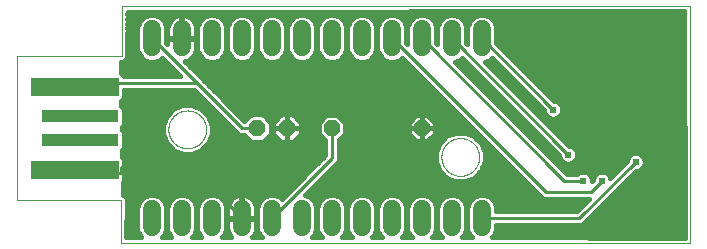
<source format=gbl>
G75*
%MOIN*%
%OFA0B0*%
%FSLAX25Y25*%
%IPPOS*%
%LPD*%
%AMOC8*
5,1,8,0,0,1.08239X$1,22.5*
%
%ADD10C,0.00000*%
%ADD11C,0.06000*%
%ADD12R,0.29528X0.05906*%
%ADD13R,0.25591X0.03937*%
%ADD14OC8,0.05600*%
%ADD15OC8,0.05200*%
%ADD16C,0.01000*%
%ADD17C,0.02400*%
%ADD18C,0.01600*%
D10*
X0035742Y0004543D02*
X0225421Y0004380D01*
X0225257Y0083418D01*
X0036116Y0083287D01*
X0035913Y0066626D01*
X0001142Y0066829D01*
X0001000Y0018636D01*
X0035777Y0018636D01*
X0035742Y0004543D01*
X0142509Y0033078D02*
X0142511Y0033236D01*
X0142517Y0033394D01*
X0142527Y0033552D01*
X0142541Y0033710D01*
X0142559Y0033867D01*
X0142580Y0034024D01*
X0142606Y0034180D01*
X0142636Y0034336D01*
X0142669Y0034491D01*
X0142707Y0034644D01*
X0142748Y0034797D01*
X0142793Y0034949D01*
X0142842Y0035100D01*
X0142895Y0035249D01*
X0142951Y0035397D01*
X0143011Y0035543D01*
X0143075Y0035688D01*
X0143143Y0035831D01*
X0143214Y0035973D01*
X0143288Y0036113D01*
X0143366Y0036250D01*
X0143448Y0036386D01*
X0143532Y0036520D01*
X0143621Y0036651D01*
X0143712Y0036780D01*
X0143807Y0036907D01*
X0143904Y0037032D01*
X0144005Y0037154D01*
X0144109Y0037273D01*
X0144216Y0037390D01*
X0144326Y0037504D01*
X0144439Y0037615D01*
X0144554Y0037724D01*
X0144672Y0037829D01*
X0144793Y0037931D01*
X0144916Y0038031D01*
X0145042Y0038127D01*
X0145170Y0038220D01*
X0145300Y0038310D01*
X0145433Y0038396D01*
X0145568Y0038480D01*
X0145704Y0038559D01*
X0145843Y0038636D01*
X0145984Y0038708D01*
X0146126Y0038778D01*
X0146270Y0038843D01*
X0146416Y0038905D01*
X0146563Y0038963D01*
X0146712Y0039018D01*
X0146862Y0039069D01*
X0147013Y0039116D01*
X0147165Y0039159D01*
X0147318Y0039198D01*
X0147473Y0039234D01*
X0147628Y0039265D01*
X0147784Y0039293D01*
X0147940Y0039317D01*
X0148097Y0039337D01*
X0148255Y0039353D01*
X0148412Y0039365D01*
X0148571Y0039373D01*
X0148729Y0039377D01*
X0148887Y0039377D01*
X0149045Y0039373D01*
X0149204Y0039365D01*
X0149361Y0039353D01*
X0149519Y0039337D01*
X0149676Y0039317D01*
X0149832Y0039293D01*
X0149988Y0039265D01*
X0150143Y0039234D01*
X0150298Y0039198D01*
X0150451Y0039159D01*
X0150603Y0039116D01*
X0150754Y0039069D01*
X0150904Y0039018D01*
X0151053Y0038963D01*
X0151200Y0038905D01*
X0151346Y0038843D01*
X0151490Y0038778D01*
X0151632Y0038708D01*
X0151773Y0038636D01*
X0151912Y0038559D01*
X0152048Y0038480D01*
X0152183Y0038396D01*
X0152316Y0038310D01*
X0152446Y0038220D01*
X0152574Y0038127D01*
X0152700Y0038031D01*
X0152823Y0037931D01*
X0152944Y0037829D01*
X0153062Y0037724D01*
X0153177Y0037615D01*
X0153290Y0037504D01*
X0153400Y0037390D01*
X0153507Y0037273D01*
X0153611Y0037154D01*
X0153712Y0037032D01*
X0153809Y0036907D01*
X0153904Y0036780D01*
X0153995Y0036651D01*
X0154084Y0036520D01*
X0154168Y0036386D01*
X0154250Y0036250D01*
X0154328Y0036113D01*
X0154402Y0035973D01*
X0154473Y0035831D01*
X0154541Y0035688D01*
X0154605Y0035543D01*
X0154665Y0035397D01*
X0154721Y0035249D01*
X0154774Y0035100D01*
X0154823Y0034949D01*
X0154868Y0034797D01*
X0154909Y0034644D01*
X0154947Y0034491D01*
X0154980Y0034336D01*
X0155010Y0034180D01*
X0155036Y0034024D01*
X0155057Y0033867D01*
X0155075Y0033710D01*
X0155089Y0033552D01*
X0155099Y0033394D01*
X0155105Y0033236D01*
X0155107Y0033078D01*
X0155105Y0032920D01*
X0155099Y0032762D01*
X0155089Y0032604D01*
X0155075Y0032446D01*
X0155057Y0032289D01*
X0155036Y0032132D01*
X0155010Y0031976D01*
X0154980Y0031820D01*
X0154947Y0031665D01*
X0154909Y0031512D01*
X0154868Y0031359D01*
X0154823Y0031207D01*
X0154774Y0031056D01*
X0154721Y0030907D01*
X0154665Y0030759D01*
X0154605Y0030613D01*
X0154541Y0030468D01*
X0154473Y0030325D01*
X0154402Y0030183D01*
X0154328Y0030043D01*
X0154250Y0029906D01*
X0154168Y0029770D01*
X0154084Y0029636D01*
X0153995Y0029505D01*
X0153904Y0029376D01*
X0153809Y0029249D01*
X0153712Y0029124D01*
X0153611Y0029002D01*
X0153507Y0028883D01*
X0153400Y0028766D01*
X0153290Y0028652D01*
X0153177Y0028541D01*
X0153062Y0028432D01*
X0152944Y0028327D01*
X0152823Y0028225D01*
X0152700Y0028125D01*
X0152574Y0028029D01*
X0152446Y0027936D01*
X0152316Y0027846D01*
X0152183Y0027760D01*
X0152048Y0027676D01*
X0151912Y0027597D01*
X0151773Y0027520D01*
X0151632Y0027448D01*
X0151490Y0027378D01*
X0151346Y0027313D01*
X0151200Y0027251D01*
X0151053Y0027193D01*
X0150904Y0027138D01*
X0150754Y0027087D01*
X0150603Y0027040D01*
X0150451Y0026997D01*
X0150298Y0026958D01*
X0150143Y0026922D01*
X0149988Y0026891D01*
X0149832Y0026863D01*
X0149676Y0026839D01*
X0149519Y0026819D01*
X0149361Y0026803D01*
X0149204Y0026791D01*
X0149045Y0026783D01*
X0148887Y0026779D01*
X0148729Y0026779D01*
X0148571Y0026783D01*
X0148412Y0026791D01*
X0148255Y0026803D01*
X0148097Y0026819D01*
X0147940Y0026839D01*
X0147784Y0026863D01*
X0147628Y0026891D01*
X0147473Y0026922D01*
X0147318Y0026958D01*
X0147165Y0026997D01*
X0147013Y0027040D01*
X0146862Y0027087D01*
X0146712Y0027138D01*
X0146563Y0027193D01*
X0146416Y0027251D01*
X0146270Y0027313D01*
X0146126Y0027378D01*
X0145984Y0027448D01*
X0145843Y0027520D01*
X0145704Y0027597D01*
X0145568Y0027676D01*
X0145433Y0027760D01*
X0145300Y0027846D01*
X0145170Y0027936D01*
X0145042Y0028029D01*
X0144916Y0028125D01*
X0144793Y0028225D01*
X0144672Y0028327D01*
X0144554Y0028432D01*
X0144439Y0028541D01*
X0144326Y0028652D01*
X0144216Y0028766D01*
X0144109Y0028883D01*
X0144005Y0029002D01*
X0143904Y0029124D01*
X0143807Y0029249D01*
X0143712Y0029376D01*
X0143621Y0029505D01*
X0143532Y0029636D01*
X0143448Y0029770D01*
X0143366Y0029906D01*
X0143288Y0030043D01*
X0143214Y0030183D01*
X0143143Y0030325D01*
X0143075Y0030468D01*
X0143011Y0030613D01*
X0142951Y0030759D01*
X0142895Y0030907D01*
X0142842Y0031056D01*
X0142793Y0031207D01*
X0142748Y0031359D01*
X0142707Y0031512D01*
X0142669Y0031665D01*
X0142636Y0031820D01*
X0142606Y0031976D01*
X0142580Y0032132D01*
X0142559Y0032289D01*
X0142541Y0032446D01*
X0142527Y0032604D01*
X0142517Y0032762D01*
X0142511Y0032920D01*
X0142509Y0033078D01*
X0051494Y0042278D02*
X0051496Y0042436D01*
X0051502Y0042594D01*
X0051512Y0042752D01*
X0051526Y0042910D01*
X0051544Y0043067D01*
X0051565Y0043224D01*
X0051591Y0043380D01*
X0051621Y0043536D01*
X0051654Y0043691D01*
X0051692Y0043844D01*
X0051733Y0043997D01*
X0051778Y0044149D01*
X0051827Y0044300D01*
X0051880Y0044449D01*
X0051936Y0044597D01*
X0051996Y0044743D01*
X0052060Y0044888D01*
X0052128Y0045031D01*
X0052199Y0045173D01*
X0052273Y0045313D01*
X0052351Y0045450D01*
X0052433Y0045586D01*
X0052517Y0045720D01*
X0052606Y0045851D01*
X0052697Y0045980D01*
X0052792Y0046107D01*
X0052889Y0046232D01*
X0052990Y0046354D01*
X0053094Y0046473D01*
X0053201Y0046590D01*
X0053311Y0046704D01*
X0053424Y0046815D01*
X0053539Y0046924D01*
X0053657Y0047029D01*
X0053778Y0047131D01*
X0053901Y0047231D01*
X0054027Y0047327D01*
X0054155Y0047420D01*
X0054285Y0047510D01*
X0054418Y0047596D01*
X0054553Y0047680D01*
X0054689Y0047759D01*
X0054828Y0047836D01*
X0054969Y0047908D01*
X0055111Y0047978D01*
X0055255Y0048043D01*
X0055401Y0048105D01*
X0055548Y0048163D01*
X0055697Y0048218D01*
X0055847Y0048269D01*
X0055998Y0048316D01*
X0056150Y0048359D01*
X0056303Y0048398D01*
X0056458Y0048434D01*
X0056613Y0048465D01*
X0056769Y0048493D01*
X0056925Y0048517D01*
X0057082Y0048537D01*
X0057240Y0048553D01*
X0057397Y0048565D01*
X0057556Y0048573D01*
X0057714Y0048577D01*
X0057872Y0048577D01*
X0058030Y0048573D01*
X0058189Y0048565D01*
X0058346Y0048553D01*
X0058504Y0048537D01*
X0058661Y0048517D01*
X0058817Y0048493D01*
X0058973Y0048465D01*
X0059128Y0048434D01*
X0059283Y0048398D01*
X0059436Y0048359D01*
X0059588Y0048316D01*
X0059739Y0048269D01*
X0059889Y0048218D01*
X0060038Y0048163D01*
X0060185Y0048105D01*
X0060331Y0048043D01*
X0060475Y0047978D01*
X0060617Y0047908D01*
X0060758Y0047836D01*
X0060897Y0047759D01*
X0061033Y0047680D01*
X0061168Y0047596D01*
X0061301Y0047510D01*
X0061431Y0047420D01*
X0061559Y0047327D01*
X0061685Y0047231D01*
X0061808Y0047131D01*
X0061929Y0047029D01*
X0062047Y0046924D01*
X0062162Y0046815D01*
X0062275Y0046704D01*
X0062385Y0046590D01*
X0062492Y0046473D01*
X0062596Y0046354D01*
X0062697Y0046232D01*
X0062794Y0046107D01*
X0062889Y0045980D01*
X0062980Y0045851D01*
X0063069Y0045720D01*
X0063153Y0045586D01*
X0063235Y0045450D01*
X0063313Y0045313D01*
X0063387Y0045173D01*
X0063458Y0045031D01*
X0063526Y0044888D01*
X0063590Y0044743D01*
X0063650Y0044597D01*
X0063706Y0044449D01*
X0063759Y0044300D01*
X0063808Y0044149D01*
X0063853Y0043997D01*
X0063894Y0043844D01*
X0063932Y0043691D01*
X0063965Y0043536D01*
X0063995Y0043380D01*
X0064021Y0043224D01*
X0064042Y0043067D01*
X0064060Y0042910D01*
X0064074Y0042752D01*
X0064084Y0042594D01*
X0064090Y0042436D01*
X0064092Y0042278D01*
X0064090Y0042120D01*
X0064084Y0041962D01*
X0064074Y0041804D01*
X0064060Y0041646D01*
X0064042Y0041489D01*
X0064021Y0041332D01*
X0063995Y0041176D01*
X0063965Y0041020D01*
X0063932Y0040865D01*
X0063894Y0040712D01*
X0063853Y0040559D01*
X0063808Y0040407D01*
X0063759Y0040256D01*
X0063706Y0040107D01*
X0063650Y0039959D01*
X0063590Y0039813D01*
X0063526Y0039668D01*
X0063458Y0039525D01*
X0063387Y0039383D01*
X0063313Y0039243D01*
X0063235Y0039106D01*
X0063153Y0038970D01*
X0063069Y0038836D01*
X0062980Y0038705D01*
X0062889Y0038576D01*
X0062794Y0038449D01*
X0062697Y0038324D01*
X0062596Y0038202D01*
X0062492Y0038083D01*
X0062385Y0037966D01*
X0062275Y0037852D01*
X0062162Y0037741D01*
X0062047Y0037632D01*
X0061929Y0037527D01*
X0061808Y0037425D01*
X0061685Y0037325D01*
X0061559Y0037229D01*
X0061431Y0037136D01*
X0061301Y0037046D01*
X0061168Y0036960D01*
X0061033Y0036876D01*
X0060897Y0036797D01*
X0060758Y0036720D01*
X0060617Y0036648D01*
X0060475Y0036578D01*
X0060331Y0036513D01*
X0060185Y0036451D01*
X0060038Y0036393D01*
X0059889Y0036338D01*
X0059739Y0036287D01*
X0059588Y0036240D01*
X0059436Y0036197D01*
X0059283Y0036158D01*
X0059128Y0036122D01*
X0058973Y0036091D01*
X0058817Y0036063D01*
X0058661Y0036039D01*
X0058504Y0036019D01*
X0058346Y0036003D01*
X0058189Y0035991D01*
X0058030Y0035983D01*
X0057872Y0035979D01*
X0057714Y0035979D01*
X0057556Y0035983D01*
X0057397Y0035991D01*
X0057240Y0036003D01*
X0057082Y0036019D01*
X0056925Y0036039D01*
X0056769Y0036063D01*
X0056613Y0036091D01*
X0056458Y0036122D01*
X0056303Y0036158D01*
X0056150Y0036197D01*
X0055998Y0036240D01*
X0055847Y0036287D01*
X0055697Y0036338D01*
X0055548Y0036393D01*
X0055401Y0036451D01*
X0055255Y0036513D01*
X0055111Y0036578D01*
X0054969Y0036648D01*
X0054828Y0036720D01*
X0054689Y0036797D01*
X0054553Y0036876D01*
X0054418Y0036960D01*
X0054285Y0037046D01*
X0054155Y0037136D01*
X0054027Y0037229D01*
X0053901Y0037325D01*
X0053778Y0037425D01*
X0053657Y0037527D01*
X0053539Y0037632D01*
X0053424Y0037741D01*
X0053311Y0037852D01*
X0053201Y0037966D01*
X0053094Y0038083D01*
X0052990Y0038202D01*
X0052889Y0038324D01*
X0052792Y0038449D01*
X0052697Y0038576D01*
X0052606Y0038705D01*
X0052517Y0038836D01*
X0052433Y0038970D01*
X0052351Y0039106D01*
X0052273Y0039243D01*
X0052199Y0039383D01*
X0052128Y0039525D01*
X0052060Y0039668D01*
X0051996Y0039813D01*
X0051936Y0039959D01*
X0051880Y0040107D01*
X0051827Y0040256D01*
X0051778Y0040407D01*
X0051733Y0040559D01*
X0051692Y0040712D01*
X0051654Y0040865D01*
X0051621Y0041020D01*
X0051591Y0041176D01*
X0051565Y0041332D01*
X0051544Y0041489D01*
X0051526Y0041646D01*
X0051512Y0041804D01*
X0051502Y0041962D01*
X0051496Y0042120D01*
X0051494Y0042278D01*
D11*
X0056011Y0015636D02*
X0056011Y0009636D01*
X0066011Y0009636D02*
X0066011Y0015636D01*
X0076011Y0015636D02*
X0076011Y0009636D01*
X0086011Y0009636D02*
X0086011Y0015636D01*
X0096011Y0015636D02*
X0096011Y0009636D01*
X0106011Y0009636D02*
X0106011Y0015636D01*
X0116011Y0015636D02*
X0116011Y0009636D01*
X0126011Y0009636D02*
X0126011Y0015636D01*
X0136011Y0015636D02*
X0136011Y0009636D01*
X0146011Y0009636D02*
X0146011Y0015636D01*
X0156011Y0015636D02*
X0156011Y0009636D01*
X0046011Y0009636D02*
X0046011Y0015636D01*
X0046011Y0069636D02*
X0046011Y0075636D01*
X0056011Y0075636D02*
X0056011Y0069636D01*
X0066011Y0069636D02*
X0066011Y0075636D01*
X0076011Y0075636D02*
X0076011Y0069636D01*
X0086011Y0069636D02*
X0086011Y0075636D01*
X0096011Y0075636D02*
X0096011Y0069636D01*
X0106011Y0069636D02*
X0106011Y0075636D01*
X0116011Y0075636D02*
X0116011Y0069636D01*
X0126011Y0069636D02*
X0126011Y0075636D01*
X0136011Y0075636D02*
X0136011Y0069636D01*
X0146011Y0069636D02*
X0146011Y0075636D01*
X0156011Y0075636D02*
X0156011Y0069636D01*
D12*
X0020223Y0056415D03*
X0020223Y0028856D03*
D13*
X0022192Y0038699D03*
X0022192Y0046573D03*
D14*
X0081011Y0042636D03*
X0091011Y0042636D03*
D15*
X0106011Y0042636D03*
X0136011Y0042636D03*
D16*
X0106011Y0042636D02*
X0106011Y0032636D01*
X0086011Y0012636D01*
X0076011Y0012636D02*
X0061011Y0027636D01*
X0021011Y0027636D01*
X0020223Y0028856D01*
X0061011Y0057636D02*
X0076011Y0042636D01*
X0081011Y0042636D01*
X0061011Y0057636D02*
X0021011Y0057636D01*
X0020223Y0056415D01*
X0046011Y0072636D02*
X0061011Y0057636D01*
X0126011Y0072636D02*
X0177261Y0021386D01*
X0192261Y0021386D01*
X0196011Y0025136D01*
X0189761Y0025136D02*
X0183511Y0025136D01*
X0136011Y0072636D01*
X0146011Y0072636D02*
X0184761Y0033886D01*
X0188511Y0012636D02*
X0207261Y0031386D01*
X0179761Y0048886D02*
X0156011Y0072636D01*
X0156011Y0012636D02*
X0188511Y0012636D01*
D17*
X0189761Y0025136D03*
X0196011Y0025136D03*
X0207261Y0031386D03*
X0184761Y0033886D03*
X0179761Y0048886D03*
D18*
X0182761Y0048788D02*
X0223529Y0048788D01*
X0223532Y0047190D02*
X0182305Y0047190D01*
X0182304Y0047187D02*
X0182761Y0048289D01*
X0182761Y0049483D01*
X0182304Y0050585D01*
X0181460Y0051429D01*
X0180357Y0051886D01*
X0180013Y0051886D01*
X0160811Y0071089D01*
X0160811Y0076591D01*
X0160080Y0078355D01*
X0158730Y0079705D01*
X0156966Y0080436D01*
X0155056Y0080436D01*
X0153292Y0079705D01*
X0151941Y0078355D01*
X0151211Y0076591D01*
X0151211Y0070689D01*
X0150811Y0071089D01*
X0150811Y0076591D01*
X0150080Y0078355D01*
X0148730Y0079705D01*
X0146966Y0080436D01*
X0145056Y0080436D01*
X0143292Y0079705D01*
X0141941Y0078355D01*
X0141211Y0076591D01*
X0141211Y0070689D01*
X0140811Y0071089D01*
X0140811Y0076591D01*
X0140080Y0078355D01*
X0138730Y0079705D01*
X0136966Y0080436D01*
X0135056Y0080436D01*
X0133292Y0079705D01*
X0131941Y0078355D01*
X0131211Y0076591D01*
X0131211Y0070689D01*
X0130811Y0071089D01*
X0130811Y0076591D01*
X0130080Y0078355D01*
X0128730Y0079705D01*
X0126966Y0080436D01*
X0125056Y0080436D01*
X0123292Y0079705D01*
X0121941Y0078355D01*
X0121211Y0076591D01*
X0121211Y0068681D01*
X0121941Y0066917D01*
X0123292Y0065567D01*
X0125056Y0064836D01*
X0126966Y0064836D01*
X0128730Y0065567D01*
X0129278Y0066115D01*
X0176308Y0019086D01*
X0191708Y0019086D01*
X0187558Y0014936D01*
X0160811Y0014936D01*
X0160811Y0016591D01*
X0160080Y0018355D01*
X0158730Y0019705D01*
X0156966Y0020436D01*
X0155056Y0020436D01*
X0153292Y0019705D01*
X0151941Y0018355D01*
X0151211Y0016591D01*
X0151211Y0008681D01*
X0151941Y0006917D01*
X0152616Y0006242D01*
X0149408Y0006245D01*
X0150080Y0006917D01*
X0150811Y0008681D01*
X0150811Y0016591D01*
X0150080Y0018355D01*
X0148730Y0019705D01*
X0146966Y0020436D01*
X0145056Y0020436D01*
X0143292Y0019705D01*
X0141941Y0018355D01*
X0141211Y0016591D01*
X0141211Y0008681D01*
X0141941Y0006917D01*
X0142607Y0006251D01*
X0139417Y0006254D01*
X0140080Y0006917D01*
X0140811Y0008681D01*
X0140811Y0016591D01*
X0140080Y0018355D01*
X0138730Y0019705D01*
X0136966Y0020436D01*
X0135056Y0020436D01*
X0133292Y0019705D01*
X0131941Y0018355D01*
X0131211Y0016591D01*
X0131211Y0008681D01*
X0131941Y0006917D01*
X0132599Y0006260D01*
X0129425Y0006262D01*
X0130080Y0006917D01*
X0130811Y0008681D01*
X0130811Y0016591D01*
X0130080Y0018355D01*
X0128730Y0019705D01*
X0126966Y0020436D01*
X0125056Y0020436D01*
X0123292Y0019705D01*
X0121941Y0018355D01*
X0121211Y0016591D01*
X0121211Y0008681D01*
X0121941Y0006917D01*
X0122590Y0006268D01*
X0119434Y0006271D01*
X0120080Y0006917D01*
X0120811Y0008681D01*
X0120811Y0016591D01*
X0120080Y0018355D01*
X0118730Y0019705D01*
X0116966Y0020436D01*
X0115056Y0020436D01*
X0113292Y0019705D01*
X0111941Y0018355D01*
X0111211Y0016591D01*
X0111211Y0008681D01*
X0111941Y0006917D01*
X0112582Y0006277D01*
X0109443Y0006280D01*
X0110080Y0006917D01*
X0110811Y0008681D01*
X0110811Y0016591D01*
X0110080Y0018355D01*
X0108730Y0019705D01*
X0106966Y0020436D01*
X0105056Y0020436D01*
X0103292Y0019705D01*
X0101941Y0018355D01*
X0101211Y0016591D01*
X0101211Y0008681D01*
X0101941Y0006917D01*
X0102573Y0006285D01*
X0099451Y0006288D01*
X0100080Y0006917D01*
X0100811Y0008681D01*
X0100811Y0016591D01*
X0100080Y0018355D01*
X0098730Y0019705D01*
X0097035Y0020407D01*
X0108311Y0031683D01*
X0108311Y0038713D01*
X0110411Y0040813D01*
X0110411Y0044458D01*
X0107833Y0047036D01*
X0104188Y0047036D01*
X0101611Y0044458D01*
X0101611Y0040813D01*
X0103711Y0038713D01*
X0103711Y0033589D01*
X0089278Y0019156D01*
X0088730Y0019705D01*
X0086966Y0020436D01*
X0085056Y0020436D01*
X0083292Y0019705D01*
X0081941Y0018355D01*
X0081211Y0016591D01*
X0081211Y0008681D01*
X0081941Y0006917D01*
X0082556Y0006303D01*
X0079468Y0006305D01*
X0079672Y0006509D01*
X0080116Y0007120D01*
X0080459Y0007793D01*
X0080693Y0008512D01*
X0080811Y0009258D01*
X0080811Y0012436D01*
X0076211Y0012436D01*
X0076211Y0012836D01*
X0080811Y0012836D01*
X0080811Y0016014D01*
X0080693Y0016760D01*
X0080459Y0017478D01*
X0080116Y0018152D01*
X0079672Y0018763D01*
X0079138Y0019297D01*
X0078526Y0019741D01*
X0077853Y0020084D01*
X0077135Y0020318D01*
X0076388Y0020436D01*
X0076211Y0020436D01*
X0076211Y0012836D01*
X0075811Y0012836D01*
X0075811Y0020436D01*
X0075633Y0020436D01*
X0074887Y0020318D01*
X0074168Y0020084D01*
X0073495Y0019741D01*
X0072884Y0019297D01*
X0072349Y0018763D01*
X0071905Y0018152D01*
X0071562Y0017478D01*
X0071329Y0016760D01*
X0071211Y0016014D01*
X0071211Y0012836D01*
X0075811Y0012836D01*
X0075811Y0012436D01*
X0071211Y0012436D01*
X0071211Y0009258D01*
X0071329Y0008512D01*
X0071562Y0007793D01*
X0071905Y0007120D01*
X0072349Y0006509D01*
X0072547Y0006311D01*
X0069477Y0006314D01*
X0070080Y0006917D01*
X0070811Y0008681D01*
X0070811Y0016591D01*
X0070080Y0018355D01*
X0068730Y0019705D01*
X0066966Y0020436D01*
X0065056Y0020436D01*
X0063292Y0019705D01*
X0061941Y0018355D01*
X0061211Y0016591D01*
X0061211Y0008681D01*
X0061941Y0006917D01*
X0062538Y0006320D01*
X0059486Y0006323D01*
X0060080Y0006917D01*
X0060811Y0008681D01*
X0060811Y0016591D01*
X0060080Y0018355D01*
X0058730Y0019705D01*
X0056966Y0020436D01*
X0055056Y0020436D01*
X0053292Y0019705D01*
X0051941Y0018355D01*
X0051211Y0016591D01*
X0051211Y0008681D01*
X0051941Y0006917D01*
X0052530Y0006329D01*
X0049494Y0006331D01*
X0050080Y0006917D01*
X0050811Y0008681D01*
X0050811Y0016591D01*
X0050080Y0018355D01*
X0048730Y0019705D01*
X0046966Y0020436D01*
X0045056Y0020436D01*
X0043292Y0019705D01*
X0041941Y0018355D01*
X0041211Y0016591D01*
X0041211Y0008681D01*
X0041941Y0006917D01*
X0042521Y0006337D01*
X0037547Y0006342D01*
X0037575Y0017889D01*
X0037577Y0017891D01*
X0037577Y0018635D01*
X0037579Y0019377D01*
X0037577Y0019379D01*
X0037577Y0019382D01*
X0037050Y0019908D01*
X0036527Y0020434D01*
X0036524Y0020434D01*
X0036523Y0020436D01*
X0036299Y0020436D01*
X0036237Y0024608D01*
X0036427Y0024798D01*
X0036664Y0025209D01*
X0036787Y0025667D01*
X0036787Y0028180D01*
X0036185Y0028180D01*
X0036165Y0029533D01*
X0036787Y0029533D01*
X0036787Y0032046D01*
X0036664Y0032504D01*
X0036427Y0032914D01*
X0036111Y0033231D01*
X0036081Y0035278D01*
X0036787Y0035985D01*
X0036787Y0041413D01*
X0035979Y0042221D01*
X0035967Y0043039D01*
X0036787Y0043859D01*
X0036787Y0049287D01*
X0035861Y0050213D01*
X0035839Y0051769D01*
X0036787Y0052717D01*
X0036787Y0055336D01*
X0060058Y0055336D01*
X0075058Y0040336D01*
X0076805Y0040336D01*
X0079105Y0038036D01*
X0082916Y0038036D01*
X0085611Y0040730D01*
X0085611Y0044541D01*
X0082916Y0047236D01*
X0079105Y0047236D01*
X0076884Y0045015D01*
X0063311Y0058589D01*
X0061963Y0059936D01*
X0056971Y0064928D01*
X0057135Y0064954D01*
X0057853Y0065188D01*
X0058526Y0065531D01*
X0059138Y0065975D01*
X0059672Y0066509D01*
X0060116Y0067120D01*
X0060459Y0067793D01*
X0060693Y0068512D01*
X0060811Y0069258D01*
X0060811Y0072436D01*
X0056211Y0072436D01*
X0056211Y0072836D01*
X0060811Y0072836D01*
X0060811Y0076014D01*
X0060693Y0076760D01*
X0060459Y0077478D01*
X0060116Y0078152D01*
X0059672Y0078763D01*
X0059138Y0079297D01*
X0058526Y0079741D01*
X0057853Y0080084D01*
X0057135Y0080318D01*
X0056388Y0080436D01*
X0056211Y0080436D01*
X0056211Y0072836D01*
X0055811Y0072836D01*
X0055811Y0080436D01*
X0055633Y0080436D01*
X0054887Y0080318D01*
X0054168Y0080084D01*
X0053495Y0079741D01*
X0052884Y0079297D01*
X0052349Y0078763D01*
X0051905Y0078152D01*
X0051562Y0077478D01*
X0051329Y0076760D01*
X0051211Y0076014D01*
X0051211Y0072836D01*
X0055811Y0072836D01*
X0055811Y0072436D01*
X0051211Y0072436D01*
X0051211Y0070689D01*
X0050811Y0071089D01*
X0050811Y0076591D01*
X0050080Y0078355D01*
X0048730Y0079705D01*
X0046966Y0080436D01*
X0045056Y0080436D01*
X0043292Y0079705D01*
X0041941Y0078355D01*
X0041211Y0076591D01*
X0041211Y0068681D01*
X0041941Y0066917D01*
X0043292Y0065567D01*
X0045056Y0064836D01*
X0046966Y0064836D01*
X0048730Y0065567D01*
X0049278Y0066115D01*
X0055458Y0059936D01*
X0036787Y0059936D01*
X0036787Y0060114D01*
X0035733Y0061168D01*
X0035701Y0061168D01*
X0035647Y0064827D01*
X0035898Y0064826D01*
X0036637Y0064817D01*
X0036641Y0064822D01*
X0036648Y0064822D01*
X0037175Y0065342D01*
X0037704Y0065859D01*
X0037704Y0065865D01*
X0037709Y0065870D01*
X0037713Y0066610D01*
X0037894Y0081488D01*
X0223460Y0081617D01*
X0223617Y0006181D01*
X0159400Y0006236D01*
X0160080Y0006917D01*
X0160811Y0008681D01*
X0160811Y0010336D01*
X0189463Y0010336D01*
X0190811Y0011683D01*
X0207513Y0028386D01*
X0207857Y0028386D01*
X0208960Y0028843D01*
X0209804Y0029687D01*
X0210261Y0030789D01*
X0210261Y0031983D01*
X0209804Y0033085D01*
X0208960Y0033929D01*
X0207857Y0034386D01*
X0206664Y0034386D01*
X0205561Y0033929D01*
X0204717Y0033085D01*
X0204261Y0031983D01*
X0204261Y0031639D01*
X0198819Y0026196D01*
X0198554Y0026835D01*
X0197710Y0027679D01*
X0196607Y0028136D01*
X0195414Y0028136D01*
X0194311Y0027679D01*
X0193467Y0026835D01*
X0193011Y0025733D01*
X0193011Y0025389D01*
X0192761Y0025139D01*
X0192761Y0025733D01*
X0192304Y0026835D01*
X0191460Y0027679D01*
X0190357Y0028136D01*
X0189164Y0028136D01*
X0188061Y0027679D01*
X0187818Y0027436D01*
X0184463Y0027436D01*
X0147035Y0064865D01*
X0148730Y0065567D01*
X0149278Y0066115D01*
X0181761Y0033633D01*
X0181761Y0033289D01*
X0182217Y0032187D01*
X0183061Y0031343D01*
X0184164Y0030886D01*
X0185357Y0030886D01*
X0186460Y0031343D01*
X0187304Y0032187D01*
X0187761Y0033289D01*
X0187761Y0034483D01*
X0187304Y0035585D01*
X0186460Y0036429D01*
X0185357Y0036886D01*
X0185013Y0036886D01*
X0157035Y0064865D01*
X0158730Y0065567D01*
X0159278Y0066115D01*
X0176761Y0048633D01*
X0176761Y0048289D01*
X0177217Y0047187D01*
X0178061Y0046343D01*
X0179164Y0045886D01*
X0180357Y0045886D01*
X0181460Y0046343D01*
X0182304Y0047187D01*
X0177216Y0047190D02*
X0174710Y0047190D01*
X0176308Y0045591D02*
X0223535Y0045591D01*
X0223539Y0043993D02*
X0177907Y0043993D01*
X0179505Y0042394D02*
X0223542Y0042394D01*
X0223545Y0040796D02*
X0181104Y0040796D01*
X0182702Y0039197D02*
X0223549Y0039197D01*
X0223552Y0037599D02*
X0184301Y0037599D01*
X0186889Y0036000D02*
X0223555Y0036000D01*
X0223559Y0034402D02*
X0187761Y0034402D01*
X0187559Y0032803D02*
X0204601Y0032803D01*
X0203827Y0031205D02*
X0186127Y0031205D01*
X0183394Y0031205D02*
X0180695Y0031205D01*
X0181962Y0032803D02*
X0179096Y0032803D01*
X0177498Y0034402D02*
X0180992Y0034402D01*
X0179394Y0036000D02*
X0175899Y0036000D01*
X0174301Y0037599D02*
X0177795Y0037599D01*
X0176197Y0039197D02*
X0172702Y0039197D01*
X0171104Y0040796D02*
X0174598Y0040796D01*
X0173000Y0042394D02*
X0169505Y0042394D01*
X0167907Y0043993D02*
X0171401Y0043993D01*
X0169803Y0045591D02*
X0166308Y0045591D01*
X0164710Y0047190D02*
X0168204Y0047190D01*
X0166606Y0048788D02*
X0163111Y0048788D01*
X0161513Y0050387D02*
X0165007Y0050387D01*
X0163409Y0051985D02*
X0159914Y0051985D01*
X0158316Y0053584D02*
X0161810Y0053584D01*
X0160212Y0055182D02*
X0156717Y0055182D01*
X0155118Y0056781D02*
X0158613Y0056781D01*
X0157015Y0058379D02*
X0153520Y0058379D01*
X0151921Y0059978D02*
X0155416Y0059978D01*
X0153818Y0061576D02*
X0150323Y0061576D01*
X0148724Y0063175D02*
X0152219Y0063175D01*
X0150621Y0064773D02*
X0147126Y0064773D01*
X0157126Y0064773D02*
X0160621Y0064773D01*
X0162219Y0063175D02*
X0158724Y0063175D01*
X0160323Y0061576D02*
X0163818Y0061576D01*
X0165416Y0059978D02*
X0161921Y0059978D01*
X0163520Y0058379D02*
X0167015Y0058379D01*
X0168613Y0056781D02*
X0165118Y0056781D01*
X0166717Y0055182D02*
X0170212Y0055182D01*
X0171810Y0053584D02*
X0168316Y0053584D01*
X0169914Y0051985D02*
X0173409Y0051985D01*
X0175007Y0050387D02*
X0171513Y0050387D01*
X0173111Y0048788D02*
X0176606Y0048788D01*
X0182386Y0050387D02*
X0223525Y0050387D01*
X0223522Y0051985D02*
X0179914Y0051985D01*
X0178316Y0053584D02*
X0223519Y0053584D01*
X0223515Y0055182D02*
X0176717Y0055182D01*
X0175118Y0056781D02*
X0223512Y0056781D01*
X0223509Y0058379D02*
X0173520Y0058379D01*
X0171921Y0059978D02*
X0223505Y0059978D01*
X0223502Y0061576D02*
X0170323Y0061576D01*
X0168724Y0063175D02*
X0223499Y0063175D01*
X0223495Y0064773D02*
X0167126Y0064773D01*
X0165527Y0066372D02*
X0223492Y0066372D01*
X0223489Y0067970D02*
X0163929Y0067970D01*
X0162330Y0069569D02*
X0223485Y0069569D01*
X0223482Y0071167D02*
X0160811Y0071167D01*
X0160811Y0072766D02*
X0223479Y0072766D01*
X0223475Y0074364D02*
X0160811Y0074364D01*
X0160811Y0075963D02*
X0223472Y0075963D01*
X0223469Y0077561D02*
X0160409Y0077561D01*
X0159275Y0079160D02*
X0223465Y0079160D01*
X0223462Y0080758D02*
X0037885Y0080758D01*
X0037866Y0079160D02*
X0042747Y0079160D01*
X0041613Y0077561D02*
X0037846Y0077561D01*
X0037827Y0075963D02*
X0041211Y0075963D01*
X0041211Y0074364D02*
X0037807Y0074364D01*
X0037788Y0072766D02*
X0041211Y0072766D01*
X0041211Y0071167D02*
X0037768Y0071167D01*
X0037749Y0069569D02*
X0041211Y0069569D01*
X0041505Y0067970D02*
X0037730Y0067970D01*
X0037712Y0066372D02*
X0042487Y0066372D01*
X0035648Y0064773D02*
X0050621Y0064773D01*
X0052219Y0063175D02*
X0035671Y0063175D01*
X0035695Y0061576D02*
X0053818Y0061576D01*
X0055416Y0059978D02*
X0036787Y0059978D01*
X0036787Y0055182D02*
X0060212Y0055182D01*
X0061810Y0053584D02*
X0036787Y0053584D01*
X0036055Y0051985D02*
X0063409Y0051985D01*
X0065007Y0050387D02*
X0035859Y0050387D01*
X0036787Y0048788D02*
X0052849Y0048788D01*
X0053205Y0049144D02*
X0050927Y0046866D01*
X0049694Y0043889D01*
X0049694Y0040667D01*
X0050927Y0037690D01*
X0053205Y0035412D01*
X0056182Y0034179D01*
X0059404Y0034179D01*
X0062381Y0035412D01*
X0064659Y0037690D01*
X0065892Y0040667D01*
X0065892Y0043889D01*
X0064659Y0046866D01*
X0062381Y0049144D01*
X0059404Y0050377D01*
X0056182Y0050377D01*
X0053205Y0049144D01*
X0051251Y0047190D02*
X0036787Y0047190D01*
X0036787Y0045591D02*
X0050399Y0045591D01*
X0049737Y0043993D02*
X0036787Y0043993D01*
X0035976Y0042394D02*
X0049694Y0042394D01*
X0049694Y0040796D02*
X0036787Y0040796D01*
X0036787Y0039197D02*
X0050302Y0039197D01*
X0051018Y0037599D02*
X0036787Y0037599D01*
X0036787Y0036000D02*
X0052616Y0036000D01*
X0055643Y0034402D02*
X0036094Y0034402D01*
X0036492Y0032803D02*
X0102925Y0032803D01*
X0103711Y0034402D02*
X0059942Y0034402D01*
X0062969Y0036000D02*
X0103711Y0036000D01*
X0108311Y0036000D02*
X0141252Y0036000D01*
X0140709Y0034689D02*
X0140709Y0031467D01*
X0141942Y0028490D01*
X0144220Y0026212D01*
X0147197Y0024979D01*
X0150419Y0024979D01*
X0153396Y0026212D01*
X0155674Y0028490D01*
X0156907Y0031467D01*
X0156907Y0034689D01*
X0155674Y0037666D01*
X0153396Y0039944D01*
X0150419Y0041177D01*
X0147197Y0041177D01*
X0144220Y0039944D01*
X0141942Y0037666D01*
X0140709Y0034689D01*
X0140709Y0034402D02*
X0108311Y0034402D01*
X0108311Y0032803D02*
X0140709Y0032803D01*
X0140818Y0031205D02*
X0107832Y0031205D01*
X0106234Y0029606D02*
X0141480Y0029606D01*
X0142425Y0028008D02*
X0104635Y0028008D01*
X0103037Y0026409D02*
X0144023Y0026409D01*
X0153593Y0026409D02*
X0168985Y0026409D01*
X0170583Y0024811D02*
X0101438Y0024811D01*
X0099840Y0023212D02*
X0172182Y0023212D01*
X0173780Y0021614D02*
X0098241Y0021614D01*
X0097981Y0020015D02*
X0104040Y0020015D01*
X0107981Y0020015D02*
X0114040Y0020015D01*
X0117981Y0020015D02*
X0124040Y0020015D01*
X0122003Y0018417D02*
X0120018Y0018417D01*
X0120717Y0016818D02*
X0121305Y0016818D01*
X0121211Y0015220D02*
X0120811Y0015220D01*
X0120811Y0013621D02*
X0121211Y0013621D01*
X0121211Y0012022D02*
X0120811Y0012022D01*
X0120811Y0010424D02*
X0121211Y0010424D01*
X0121211Y0008825D02*
X0120811Y0008825D01*
X0120208Y0007227D02*
X0121813Y0007227D01*
X0130208Y0007227D02*
X0131813Y0007227D01*
X0131211Y0008825D02*
X0130811Y0008825D01*
X0130811Y0010424D02*
X0131211Y0010424D01*
X0131211Y0012022D02*
X0130811Y0012022D01*
X0130811Y0013621D02*
X0131211Y0013621D01*
X0131211Y0015220D02*
X0130811Y0015220D01*
X0130717Y0016818D02*
X0131305Y0016818D01*
X0132003Y0018417D02*
X0130018Y0018417D01*
X0127981Y0020015D02*
X0134040Y0020015D01*
X0137981Y0020015D02*
X0144040Y0020015D01*
X0147981Y0020015D02*
X0154040Y0020015D01*
X0157981Y0020015D02*
X0175379Y0020015D01*
X0189440Y0016818D02*
X0160717Y0016818D01*
X0160811Y0015220D02*
X0187842Y0015220D01*
X0192749Y0013621D02*
X0223602Y0013621D01*
X0223605Y0012022D02*
X0191150Y0012022D01*
X0189552Y0010424D02*
X0223609Y0010424D01*
X0223612Y0008825D02*
X0160811Y0008825D01*
X0160208Y0007227D02*
X0223615Y0007227D01*
X0223599Y0015220D02*
X0194347Y0015220D01*
X0195946Y0016818D02*
X0223595Y0016818D01*
X0223592Y0018417D02*
X0197544Y0018417D01*
X0199143Y0020015D02*
X0223589Y0020015D01*
X0223585Y0021614D02*
X0200741Y0021614D01*
X0202340Y0023212D02*
X0223582Y0023212D01*
X0223579Y0024811D02*
X0203938Y0024811D01*
X0205537Y0026409D02*
X0223575Y0026409D01*
X0223572Y0028008D02*
X0207135Y0028008D01*
X0209724Y0029606D02*
X0223569Y0029606D01*
X0223565Y0031205D02*
X0210261Y0031205D01*
X0209921Y0032803D02*
X0223562Y0032803D01*
X0202228Y0029606D02*
X0182293Y0029606D01*
X0183892Y0028008D02*
X0188854Y0028008D01*
X0190667Y0028008D02*
X0195104Y0028008D01*
X0196917Y0028008D02*
X0200630Y0028008D01*
X0199031Y0026409D02*
X0198731Y0026409D01*
X0193291Y0026409D02*
X0192481Y0026409D01*
X0191039Y0018417D02*
X0160018Y0018417D01*
X0152003Y0018417D02*
X0150018Y0018417D01*
X0150717Y0016818D02*
X0151305Y0016818D01*
X0151211Y0015220D02*
X0150811Y0015220D01*
X0150811Y0013621D02*
X0151211Y0013621D01*
X0151211Y0012022D02*
X0150811Y0012022D01*
X0150811Y0010424D02*
X0151211Y0010424D01*
X0151211Y0008825D02*
X0150811Y0008825D01*
X0150208Y0007227D02*
X0151813Y0007227D01*
X0141813Y0007227D02*
X0140208Y0007227D01*
X0140811Y0008825D02*
X0141211Y0008825D01*
X0141211Y0010424D02*
X0140811Y0010424D01*
X0140811Y0012022D02*
X0141211Y0012022D01*
X0141211Y0013621D02*
X0140811Y0013621D01*
X0140811Y0015220D02*
X0141211Y0015220D01*
X0141305Y0016818D02*
X0140717Y0016818D01*
X0140018Y0018417D02*
X0142003Y0018417D01*
X0155192Y0028008D02*
X0167386Y0028008D01*
X0165788Y0029606D02*
X0156137Y0029606D01*
X0156799Y0031205D02*
X0164189Y0031205D01*
X0162591Y0032803D02*
X0156907Y0032803D01*
X0156907Y0034402D02*
X0160992Y0034402D01*
X0159394Y0036000D02*
X0156364Y0036000D01*
X0155702Y0037599D02*
X0157795Y0037599D01*
X0156197Y0039197D02*
X0154143Y0039197D01*
X0154598Y0040796D02*
X0151340Y0040796D01*
X0153000Y0042394D02*
X0140411Y0042394D01*
X0140411Y0042636D02*
X0136011Y0042636D01*
X0140411Y0042636D01*
X0140411Y0044458D01*
X0137833Y0047036D01*
X0136011Y0047036D01*
X0136011Y0042636D01*
X0136011Y0042636D01*
X0136011Y0042636D01*
X0136011Y0038236D01*
X0137833Y0038236D01*
X0140411Y0040813D01*
X0140411Y0042636D01*
X0140411Y0043993D02*
X0151401Y0043993D01*
X0149803Y0045591D02*
X0139278Y0045591D01*
X0136011Y0045591D02*
X0136011Y0045591D01*
X0136011Y0047036D02*
X0134188Y0047036D01*
X0131611Y0044458D01*
X0131611Y0042636D01*
X0136011Y0042636D01*
X0136011Y0042636D01*
X0136011Y0047036D01*
X0132744Y0045591D02*
X0109278Y0045591D01*
X0110411Y0043993D02*
X0131611Y0043993D01*
X0131611Y0042636D02*
X0131611Y0040813D01*
X0134188Y0038236D01*
X0136011Y0038236D01*
X0136011Y0042636D01*
X0136011Y0042636D01*
X0131611Y0042636D01*
X0131611Y0042394D02*
X0110411Y0042394D01*
X0110393Y0040796D02*
X0131628Y0040796D01*
X0133227Y0039197D02*
X0108795Y0039197D01*
X0108311Y0037599D02*
X0141914Y0037599D01*
X0143473Y0039197D02*
X0138795Y0039197D01*
X0136011Y0039197D02*
X0136011Y0039197D01*
X0136011Y0040796D02*
X0136011Y0040796D01*
X0136011Y0042394D02*
X0136011Y0042394D01*
X0136011Y0043993D02*
X0136011Y0043993D01*
X0140393Y0040796D02*
X0146276Y0040796D01*
X0148204Y0047190D02*
X0092962Y0047190D01*
X0092916Y0047236D02*
X0091011Y0047236D01*
X0091011Y0042636D01*
X0095611Y0042636D01*
X0095611Y0044541D01*
X0092916Y0047236D01*
X0091011Y0047236D02*
X0089105Y0047236D01*
X0086411Y0044541D01*
X0086411Y0042636D01*
X0091011Y0042636D01*
X0091011Y0042636D01*
X0091011Y0042636D01*
X0095611Y0042636D01*
X0095611Y0040730D01*
X0092916Y0038036D01*
X0091011Y0038036D01*
X0091011Y0042636D01*
X0091011Y0042636D01*
X0091011Y0047236D01*
X0091011Y0047190D02*
X0091011Y0047190D01*
X0091011Y0045591D02*
X0091011Y0045591D01*
X0089059Y0047190D02*
X0082962Y0047190D01*
X0084561Y0045591D02*
X0087461Y0045591D01*
X0086411Y0043993D02*
X0085611Y0043993D01*
X0086411Y0042636D02*
X0086411Y0040730D01*
X0089105Y0038036D01*
X0091011Y0038036D01*
X0091011Y0042636D01*
X0091011Y0042636D01*
X0086411Y0042636D01*
X0086411Y0042394D02*
X0085611Y0042394D01*
X0085611Y0040796D02*
X0086411Y0040796D01*
X0087944Y0039197D02*
X0084077Y0039197D01*
X0077944Y0039197D02*
X0065283Y0039197D01*
X0065892Y0040796D02*
X0074598Y0040796D01*
X0073000Y0042394D02*
X0065892Y0042394D01*
X0065849Y0043993D02*
X0071401Y0043993D01*
X0069803Y0045591D02*
X0065187Y0045591D01*
X0064335Y0047190D02*
X0068204Y0047190D01*
X0066606Y0048788D02*
X0062736Y0048788D01*
X0069914Y0051985D02*
X0143409Y0051985D01*
X0145007Y0050387D02*
X0071513Y0050387D01*
X0073111Y0048788D02*
X0146606Y0048788D01*
X0141810Y0053584D02*
X0068316Y0053584D01*
X0066717Y0055182D02*
X0140212Y0055182D01*
X0138613Y0056781D02*
X0065118Y0056781D01*
X0063520Y0058379D02*
X0137015Y0058379D01*
X0135416Y0059978D02*
X0061921Y0059978D01*
X0060323Y0061576D02*
X0133818Y0061576D01*
X0132219Y0063175D02*
X0058724Y0063175D01*
X0057126Y0064773D02*
X0130621Y0064773D01*
X0122487Y0066372D02*
X0119535Y0066372D01*
X0120080Y0066917D02*
X0120811Y0068681D01*
X0120811Y0076591D01*
X0120080Y0078355D01*
X0118730Y0079705D01*
X0116966Y0080436D01*
X0115056Y0080436D01*
X0113292Y0079705D01*
X0111941Y0078355D01*
X0111211Y0076591D01*
X0111211Y0068681D01*
X0111941Y0066917D01*
X0113292Y0065567D01*
X0115056Y0064836D01*
X0116966Y0064836D01*
X0118730Y0065567D01*
X0120080Y0066917D01*
X0120516Y0067970D02*
X0121505Y0067970D01*
X0121211Y0069569D02*
X0120811Y0069569D01*
X0120811Y0071167D02*
X0121211Y0071167D01*
X0121211Y0072766D02*
X0120811Y0072766D01*
X0120811Y0074364D02*
X0121211Y0074364D01*
X0121211Y0075963D02*
X0120811Y0075963D01*
X0120409Y0077561D02*
X0121613Y0077561D01*
X0122747Y0079160D02*
X0119275Y0079160D01*
X0112747Y0079160D02*
X0109275Y0079160D01*
X0108730Y0079705D02*
X0106966Y0080436D01*
X0105056Y0080436D01*
X0103292Y0079705D01*
X0101941Y0078355D01*
X0101211Y0076591D01*
X0101211Y0068681D01*
X0101941Y0066917D01*
X0103292Y0065567D01*
X0105056Y0064836D01*
X0106966Y0064836D01*
X0108730Y0065567D01*
X0110080Y0066917D01*
X0110811Y0068681D01*
X0110811Y0076591D01*
X0110080Y0078355D01*
X0108730Y0079705D01*
X0110409Y0077561D02*
X0111613Y0077561D01*
X0111211Y0075963D02*
X0110811Y0075963D01*
X0110811Y0074364D02*
X0111211Y0074364D01*
X0111211Y0072766D02*
X0110811Y0072766D01*
X0110811Y0071167D02*
X0111211Y0071167D01*
X0111211Y0069569D02*
X0110811Y0069569D01*
X0110516Y0067970D02*
X0111505Y0067970D01*
X0112487Y0066372D02*
X0109535Y0066372D01*
X0102487Y0066372D02*
X0099535Y0066372D01*
X0100080Y0066917D02*
X0100811Y0068681D01*
X0100811Y0076591D01*
X0100080Y0078355D01*
X0098730Y0079705D01*
X0096966Y0080436D01*
X0095056Y0080436D01*
X0093292Y0079705D01*
X0091941Y0078355D01*
X0091211Y0076591D01*
X0091211Y0068681D01*
X0091941Y0066917D01*
X0093292Y0065567D01*
X0095056Y0064836D01*
X0096966Y0064836D01*
X0098730Y0065567D01*
X0100080Y0066917D01*
X0100516Y0067970D02*
X0101505Y0067970D01*
X0101211Y0069569D02*
X0100811Y0069569D01*
X0100811Y0071167D02*
X0101211Y0071167D01*
X0101211Y0072766D02*
X0100811Y0072766D01*
X0100811Y0074364D02*
X0101211Y0074364D01*
X0101211Y0075963D02*
X0100811Y0075963D01*
X0100409Y0077561D02*
X0101613Y0077561D01*
X0102747Y0079160D02*
X0099275Y0079160D01*
X0092747Y0079160D02*
X0089275Y0079160D01*
X0088730Y0079705D02*
X0086966Y0080436D01*
X0085056Y0080436D01*
X0083292Y0079705D01*
X0081941Y0078355D01*
X0081211Y0076591D01*
X0081211Y0068681D01*
X0081941Y0066917D01*
X0083292Y0065567D01*
X0085056Y0064836D01*
X0086966Y0064836D01*
X0088730Y0065567D01*
X0090080Y0066917D01*
X0090811Y0068681D01*
X0090811Y0076591D01*
X0090080Y0078355D01*
X0088730Y0079705D01*
X0090409Y0077561D02*
X0091613Y0077561D01*
X0091211Y0075963D02*
X0090811Y0075963D01*
X0090811Y0074364D02*
X0091211Y0074364D01*
X0091211Y0072766D02*
X0090811Y0072766D01*
X0090811Y0071167D02*
X0091211Y0071167D01*
X0091211Y0069569D02*
X0090811Y0069569D01*
X0090516Y0067970D02*
X0091505Y0067970D01*
X0092487Y0066372D02*
X0089535Y0066372D01*
X0082487Y0066372D02*
X0079535Y0066372D01*
X0080080Y0066917D02*
X0080811Y0068681D01*
X0080811Y0076591D01*
X0080080Y0078355D01*
X0078730Y0079705D01*
X0076966Y0080436D01*
X0075056Y0080436D01*
X0073292Y0079705D01*
X0071941Y0078355D01*
X0071211Y0076591D01*
X0071211Y0068681D01*
X0071941Y0066917D01*
X0073292Y0065567D01*
X0075056Y0064836D01*
X0076966Y0064836D01*
X0078730Y0065567D01*
X0080080Y0066917D01*
X0080516Y0067970D02*
X0081505Y0067970D01*
X0081211Y0069569D02*
X0080811Y0069569D01*
X0080811Y0071167D02*
X0081211Y0071167D01*
X0081211Y0072766D02*
X0080811Y0072766D01*
X0080811Y0074364D02*
X0081211Y0074364D01*
X0081211Y0075963D02*
X0080811Y0075963D01*
X0080409Y0077561D02*
X0081613Y0077561D01*
X0082747Y0079160D02*
X0079275Y0079160D01*
X0072747Y0079160D02*
X0069275Y0079160D01*
X0068730Y0079705D02*
X0066966Y0080436D01*
X0065056Y0080436D01*
X0063292Y0079705D01*
X0061941Y0078355D01*
X0061211Y0076591D01*
X0061211Y0068681D01*
X0061941Y0066917D01*
X0063292Y0065567D01*
X0065056Y0064836D01*
X0066966Y0064836D01*
X0068730Y0065567D01*
X0070080Y0066917D01*
X0070811Y0068681D01*
X0070811Y0076591D01*
X0070080Y0078355D01*
X0068730Y0079705D01*
X0070409Y0077561D02*
X0071613Y0077561D01*
X0071211Y0075963D02*
X0070811Y0075963D01*
X0070811Y0074364D02*
X0071211Y0074364D01*
X0071211Y0072766D02*
X0070811Y0072766D01*
X0070811Y0071167D02*
X0071211Y0071167D01*
X0071211Y0069569D02*
X0070811Y0069569D01*
X0070516Y0067970D02*
X0071505Y0067970D01*
X0072487Y0066372D02*
X0069535Y0066372D01*
X0062487Y0066372D02*
X0059535Y0066372D01*
X0060517Y0067970D02*
X0061505Y0067970D01*
X0061211Y0069569D02*
X0060811Y0069569D01*
X0060811Y0071167D02*
X0061211Y0071167D01*
X0061211Y0072766D02*
X0056211Y0072766D01*
X0055811Y0072766D02*
X0050811Y0072766D01*
X0050811Y0074364D02*
X0051211Y0074364D01*
X0051211Y0075963D02*
X0050811Y0075963D01*
X0050409Y0077561D02*
X0051605Y0077561D01*
X0052747Y0079160D02*
X0049275Y0079160D01*
X0055811Y0079160D02*
X0056211Y0079160D01*
X0059275Y0079160D02*
X0062747Y0079160D01*
X0061613Y0077561D02*
X0060417Y0077561D01*
X0056211Y0077561D02*
X0055811Y0077561D01*
X0055811Y0075963D02*
X0056211Y0075963D01*
X0056211Y0074364D02*
X0055811Y0074364D01*
X0060811Y0074364D02*
X0061211Y0074364D01*
X0061211Y0075963D02*
X0060811Y0075963D01*
X0051211Y0071167D02*
X0050811Y0071167D01*
X0074710Y0047190D02*
X0079059Y0047190D01*
X0077461Y0045591D02*
X0076308Y0045591D01*
X0091011Y0043993D02*
X0091011Y0043993D01*
X0091011Y0042394D02*
X0091011Y0042394D01*
X0091011Y0040796D02*
X0091011Y0040796D01*
X0091011Y0039197D02*
X0091011Y0039197D01*
X0094077Y0039197D02*
X0103227Y0039197D01*
X0103711Y0037599D02*
X0064568Y0037599D01*
X0036787Y0031205D02*
X0101327Y0031205D01*
X0099728Y0029606D02*
X0036787Y0029606D01*
X0036787Y0028008D02*
X0098130Y0028008D01*
X0096531Y0026409D02*
X0036787Y0026409D01*
X0036434Y0024811D02*
X0094933Y0024811D01*
X0093334Y0023212D02*
X0036258Y0023212D01*
X0036281Y0021614D02*
X0091736Y0021614D01*
X0090137Y0020015D02*
X0087981Y0020015D01*
X0084040Y0020015D02*
X0077989Y0020015D01*
X0076211Y0020015D02*
X0075811Y0020015D01*
X0074032Y0020015D02*
X0067981Y0020015D01*
X0064040Y0020015D02*
X0057981Y0020015D01*
X0054040Y0020015D02*
X0047981Y0020015D01*
X0050018Y0018417D02*
X0052003Y0018417D01*
X0051305Y0016818D02*
X0050717Y0016818D01*
X0050811Y0015220D02*
X0051211Y0015220D01*
X0051211Y0013621D02*
X0050811Y0013621D01*
X0050811Y0012022D02*
X0051211Y0012022D01*
X0051211Y0010424D02*
X0050811Y0010424D01*
X0050811Y0008825D02*
X0051211Y0008825D01*
X0051813Y0007227D02*
X0050208Y0007227D01*
X0041813Y0007227D02*
X0037549Y0007227D01*
X0037553Y0008825D02*
X0041211Y0008825D01*
X0041211Y0010424D02*
X0037557Y0010424D01*
X0037561Y0012022D02*
X0041211Y0012022D01*
X0041211Y0013621D02*
X0037565Y0013621D01*
X0037569Y0015220D02*
X0041211Y0015220D01*
X0041305Y0016818D02*
X0037573Y0016818D01*
X0037577Y0018417D02*
X0042003Y0018417D01*
X0044040Y0020015D02*
X0036944Y0020015D01*
X0060018Y0018417D02*
X0062003Y0018417D01*
X0061305Y0016818D02*
X0060717Y0016818D01*
X0060811Y0015220D02*
X0061211Y0015220D01*
X0061211Y0013621D02*
X0060811Y0013621D01*
X0060811Y0012022D02*
X0061211Y0012022D01*
X0061211Y0010424D02*
X0060811Y0010424D01*
X0060811Y0008825D02*
X0061211Y0008825D01*
X0061813Y0007227D02*
X0060208Y0007227D01*
X0070208Y0007227D02*
X0071851Y0007227D01*
X0071279Y0008825D02*
X0070811Y0008825D01*
X0070811Y0010424D02*
X0071211Y0010424D01*
X0071211Y0012022D02*
X0070811Y0012022D01*
X0070811Y0013621D02*
X0071211Y0013621D01*
X0071211Y0015220D02*
X0070811Y0015220D01*
X0070717Y0016818D02*
X0071348Y0016818D01*
X0072098Y0018417D02*
X0070018Y0018417D01*
X0075811Y0018417D02*
X0076211Y0018417D01*
X0076211Y0016818D02*
X0075811Y0016818D01*
X0075811Y0015220D02*
X0076211Y0015220D01*
X0076211Y0013621D02*
X0075811Y0013621D01*
X0080811Y0013621D02*
X0081211Y0013621D01*
X0081211Y0012022D02*
X0080811Y0012022D01*
X0080811Y0010424D02*
X0081211Y0010424D01*
X0081211Y0008825D02*
X0080742Y0008825D01*
X0080170Y0007227D02*
X0081813Y0007227D01*
X0100208Y0007227D02*
X0101813Y0007227D01*
X0101211Y0008825D02*
X0100811Y0008825D01*
X0100811Y0010424D02*
X0101211Y0010424D01*
X0101211Y0012022D02*
X0100811Y0012022D01*
X0100811Y0013621D02*
X0101211Y0013621D01*
X0101211Y0015220D02*
X0100811Y0015220D01*
X0100717Y0016818D02*
X0101305Y0016818D01*
X0102003Y0018417D02*
X0100018Y0018417D01*
X0110018Y0018417D02*
X0112003Y0018417D01*
X0111305Y0016818D02*
X0110717Y0016818D01*
X0110811Y0015220D02*
X0111211Y0015220D01*
X0111211Y0013621D02*
X0110811Y0013621D01*
X0110811Y0012022D02*
X0111211Y0012022D01*
X0111211Y0010424D02*
X0110811Y0010424D01*
X0110811Y0008825D02*
X0111211Y0008825D01*
X0111813Y0007227D02*
X0110208Y0007227D01*
X0081211Y0015220D02*
X0080811Y0015220D01*
X0080674Y0016818D02*
X0081305Y0016818D01*
X0082003Y0018417D02*
X0079924Y0018417D01*
X0095611Y0040796D02*
X0101628Y0040796D01*
X0101611Y0042394D02*
X0095611Y0042394D01*
X0095611Y0043993D02*
X0101611Y0043993D01*
X0102744Y0045591D02*
X0094561Y0045591D01*
X0130811Y0071167D02*
X0131211Y0071167D01*
X0131211Y0072766D02*
X0130811Y0072766D01*
X0130811Y0074364D02*
X0131211Y0074364D01*
X0131211Y0075963D02*
X0130811Y0075963D01*
X0130409Y0077561D02*
X0131613Y0077561D01*
X0132747Y0079160D02*
X0129275Y0079160D01*
X0139275Y0079160D02*
X0142747Y0079160D01*
X0141613Y0077561D02*
X0140409Y0077561D01*
X0140811Y0075963D02*
X0141211Y0075963D01*
X0141211Y0074364D02*
X0140811Y0074364D01*
X0140811Y0072766D02*
X0141211Y0072766D01*
X0141211Y0071167D02*
X0140811Y0071167D01*
X0150811Y0071167D02*
X0151211Y0071167D01*
X0151211Y0072766D02*
X0150811Y0072766D01*
X0150811Y0074364D02*
X0151211Y0074364D01*
X0151211Y0075963D02*
X0150811Y0075963D01*
X0150409Y0077561D02*
X0151613Y0077561D01*
X0152747Y0079160D02*
X0149275Y0079160D01*
M02*

</source>
